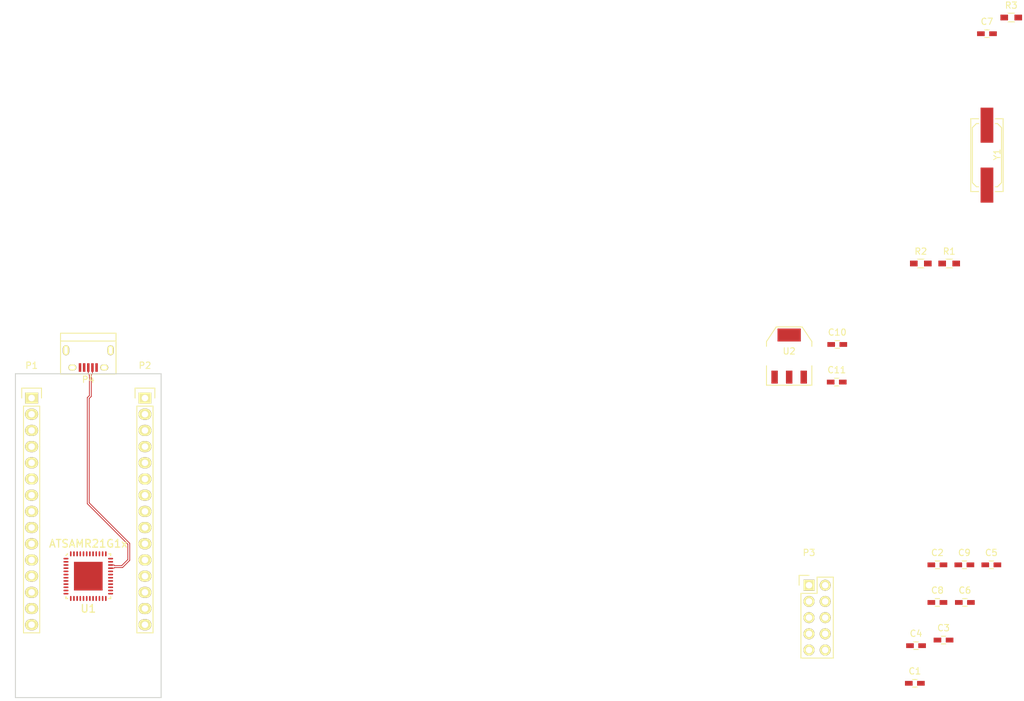
<source format=kicad_pcb>
(kicad_pcb (version 4) (host pcbnew "(2015-05-17 BZR 5656)-product")

  (general
    (links 57)
    (no_connects 55)
    (area 0 0 0 0)
    (thickness 1.6)
    (drawings 5)
    (tracks 22)
    (zones 0)
    (modules 21)
    (nets 70)
  )

  (page A4)
  (layers
    (0 F.Cu mixed)
    (1 In1.Cu power hide)
    (2 In2.Cu mixed hide)
    (31 B.Cu mixed)
    (32 B.Adhes user)
    (33 F.Adhes user)
    (34 B.Paste user)
    (35 F.Paste user)
    (36 B.SilkS user)
    (37 F.SilkS user)
    (38 B.Mask user)
    (39 F.Mask user)
    (40 Dwgs.User user)
    (41 Cmts.User user)
    (42 Eco1.User user)
    (43 Eco2.User user)
    (44 Edge.Cuts user)
    (45 Margin user)
    (46 B.CrtYd user)
    (47 F.CrtYd user)
    (48 B.Fab user)
    (49 F.Fab user)
  )

  (setup
    (last_trace_width 0.25)
    (trace_clearance 0.2)
    (zone_clearance 0.508)
    (zone_45_only no)
    (trace_min 0.2)
    (segment_width 0.2)
    (edge_width 0.15)
    (via_size 0.6)
    (via_drill 0.4)
    (via_min_size 0.4)
    (via_min_drill 0.3)
    (uvia_size 0.3)
    (uvia_drill 0.1)
    (uvias_allowed no)
    (uvia_min_size 0.2)
    (uvia_min_drill 0.1)
    (pcb_text_width 0.3)
    (pcb_text_size 1.5 1.5)
    (mod_edge_width 0.15)
    (mod_text_size 1 1)
    (mod_text_width 0.15)
    (pad_size 1.524 1.524)
    (pad_drill 0.762)
    (pad_to_mask_clearance 0.2)
    (aux_axis_origin 0 0)
    (visible_elements FFFFFF7F)
    (pcbplotparams
      (layerselection 0x00030_80000001)
      (usegerberextensions false)
      (excludeedgelayer true)
      (linewidth 0.150000)
      (plotframeref false)
      (viasonmask false)
      (mode 1)
      (useauxorigin false)
      (hpglpennumber 1)
      (hpglpenspeed 20)
      (hpglpendiameter 15)
      (hpglpenoverlay 2)
      (psnegative false)
      (psa4output false)
      (plotreference true)
      (plotvalue true)
      (plotinvisibletext false)
      (padsonsilk false)
      (subtractmaskfromsilk false)
      (outputformat 1)
      (mirror false)
      (drillshape 1)
      (scaleselection 1)
      (outputdirectory ""))
  )

  (net 0 "")
  (net 1 VDD)
  (net 2 GND)
  (net 3 VAA)
  (net 4 GNDA)
  (net 5 /MainProcessor/RST)
  (net 6 VCC)
  (net 7 "Net-(P1-Pad1)")
  (net 8 "Net-(P1-Pad2)")
  (net 9 "Net-(P1-Pad3)")
  (net 10 "Net-(P1-Pad4)")
  (net 11 "Net-(P1-Pad5)")
  (net 12 "Net-(P1-Pad6)")
  (net 13 "Net-(P1-Pad7)")
  (net 14 "Net-(P1-Pad8)")
  (net 15 "Net-(P1-Pad9)")
  (net 16 "Net-(P1-Pad10)")
  (net 17 "Net-(P1-Pad11)")
  (net 18 "Net-(P1-Pad12)")
  (net 19 "Net-(P1-Pad13)")
  (net 20 "Net-(P1-Pad14)")
  (net 21 "Net-(P1-Pad15)")
  (net 22 "Net-(P2-Pad1)")
  (net 23 "Net-(P2-Pad2)")
  (net 24 "Net-(P2-Pad3)")
  (net 25 "Net-(P2-Pad4)")
  (net 26 "Net-(P2-Pad5)")
  (net 27 "Net-(P2-Pad6)")
  (net 28 "Net-(P2-Pad7)")
  (net 29 "Net-(P2-Pad8)")
  (net 30 "Net-(P2-Pad9)")
  (net 31 "Net-(P2-Pad10)")
  (net 32 "Net-(P2-Pad11)")
  (net 33 "Net-(P2-Pad12)")
  (net 34 "Net-(P2-Pad13)")
  (net 35 "Net-(P2-Pad14)")
  (net 36 "Net-(P2-Pad15)")
  (net 37 /MainProcessor/SWDIO)
  (net 38 /MainProcessor/SWCLK)
  (net 39 "Net-(P3-Pad6)")
  (net 40 "Net-(P3-Pad7)")
  (net 41 "Net-(P3-Pad8)")
  (net 42 /Sheet557215E3/D+)
  (net 43 /Sheet557215E3/D-)
  (net 44 /MainProcessor/PA23)
  (net 45 /MainProcessor/PA0)
  (net 46 /MainProcessor/PA1)
  (net 47 "Net-(U1-Pad3)")
  (net 48 "Net-(U1-Pad4)")
  (net 49 /MainProcessor/PA4)
  (net 50 /MainProcessor/PA5)
  (net 51 /MainProcessor/PA6)
  (net 52 /MainProcessor/PA7)
  (net 53 /MainProcessor/PA8)
  (net 54 /MainProcessor/PA9)
  (net 55 /MainProcessor/BD+)
  (net 56 /MainProcessor/BD-)
  (net 57 /MainProcessor/PA12)
  (net 58 /MainProcessor/PA13)
  (net 59 /MainProcessor/PA14)
  (net 60 /MainProcessor/PA15)
  (net 61 /MainProcessor/PA16)
  (net 62 /MainProcessor/PA17)
  (net 63 /MainProcessor/PA18)
  (net 64 /MainProcessor/PA19)
  (net 65 /MainProcessor/PA22)
  (net 66 /MainProcessor/PA27)
  (net 67 /MainProcessor/PA28)
  (net 68 /MainProcessor/PA2)
  (net 69 /MainProcessor/PA3)

  (net_class Default "This is the default net class."
    (clearance 0.2)
    (trace_width 0.25)
    (via_dia 0.6)
    (via_drill 0.4)
    (uvia_dia 0.3)
    (uvia_drill 0.1)
    (add_net /MainProcessor/BD+)
    (add_net /MainProcessor/BD-)
    (add_net /MainProcessor/PA0)
    (add_net /MainProcessor/PA1)
    (add_net /MainProcessor/PA12)
    (add_net /MainProcessor/PA13)
    (add_net /MainProcessor/PA14)
    (add_net /MainProcessor/PA15)
    (add_net /MainProcessor/PA16)
    (add_net /MainProcessor/PA17)
    (add_net /MainProcessor/PA18)
    (add_net /MainProcessor/PA19)
    (add_net /MainProcessor/PA2)
    (add_net /MainProcessor/PA22)
    (add_net /MainProcessor/PA23)
    (add_net /MainProcessor/PA27)
    (add_net /MainProcessor/PA28)
    (add_net /MainProcessor/PA3)
    (add_net /MainProcessor/PA4)
    (add_net /MainProcessor/PA5)
    (add_net /MainProcessor/PA6)
    (add_net /MainProcessor/PA7)
    (add_net /MainProcessor/PA8)
    (add_net /MainProcessor/PA9)
    (add_net /MainProcessor/RST)
    (add_net /MainProcessor/SWCLK)
    (add_net /MainProcessor/SWDIO)
    (add_net /Sheet557215E3/D+)
    (add_net /Sheet557215E3/D-)
    (add_net GND)
    (add_net GNDA)
    (add_net "Net-(P1-Pad1)")
    (add_net "Net-(P1-Pad10)")
    (add_net "Net-(P1-Pad11)")
    (add_net "Net-(P1-Pad12)")
    (add_net "Net-(P1-Pad13)")
    (add_net "Net-(P1-Pad14)")
    (add_net "Net-(P1-Pad15)")
    (add_net "Net-(P1-Pad2)")
    (add_net "Net-(P1-Pad3)")
    (add_net "Net-(P1-Pad4)")
    (add_net "Net-(P1-Pad5)")
    (add_net "Net-(P1-Pad6)")
    (add_net "Net-(P1-Pad7)")
    (add_net "Net-(P1-Pad8)")
    (add_net "Net-(P1-Pad9)")
    (add_net "Net-(P2-Pad1)")
    (add_net "Net-(P2-Pad10)")
    (add_net "Net-(P2-Pad11)")
    (add_net "Net-(P2-Pad12)")
    (add_net "Net-(P2-Pad13)")
    (add_net "Net-(P2-Pad14)")
    (add_net "Net-(P2-Pad15)")
    (add_net "Net-(P2-Pad2)")
    (add_net "Net-(P2-Pad3)")
    (add_net "Net-(P2-Pad4)")
    (add_net "Net-(P2-Pad5)")
    (add_net "Net-(P2-Pad6)")
    (add_net "Net-(P2-Pad7)")
    (add_net "Net-(P2-Pad8)")
    (add_net "Net-(P2-Pad9)")
    (add_net "Net-(P3-Pad6)")
    (add_net "Net-(P3-Pad7)")
    (add_net "Net-(P3-Pad8)")
    (add_net "Net-(U1-Pad3)")
    (add_net "Net-(U1-Pad4)")
    (add_net VAA)
    (add_net VCC)
    (add_net VDD)
  )

  (module Capacitors_SMD:C_0603_HandSoldering (layer F.Cu) (tedit 541A9B4D) (tstamp 558B5C17)
    (at 243.958333 146.345)
    (descr "Capacitor SMD 0603, hand soldering")
    (tags "capacitor 0603")
    (path /55709F36/5561CAB6)
    (attr smd)
    (fp_text reference C1 (at 0 -1.9) (layer F.SilkS)
      (effects (font (size 1 1) (thickness 0.15)))
    )
    (fp_text value 10uF (at 0 1.9) (layer F.Fab)
      (effects (font (size 1 1) (thickness 0.15)))
    )
    (fp_line (start -1.85 -0.75) (end 1.85 -0.75) (layer F.CrtYd) (width 0.05))
    (fp_line (start -1.85 0.75) (end 1.85 0.75) (layer F.CrtYd) (width 0.05))
    (fp_line (start -1.85 -0.75) (end -1.85 0.75) (layer F.CrtYd) (width 0.05))
    (fp_line (start 1.85 -0.75) (end 1.85 0.75) (layer F.CrtYd) (width 0.05))
    (fp_line (start -0.35 -0.6) (end 0.35 -0.6) (layer F.SilkS) (width 0.15))
    (fp_line (start 0.35 0.6) (end -0.35 0.6) (layer F.SilkS) (width 0.15))
    (pad 1 smd rect (at -0.95 0) (size 1.2 0.75) (layers F.Cu F.Paste F.Mask)
      (net 1 VDD))
    (pad 2 smd rect (at 0.95 0) (size 1.2 0.75) (layers F.Cu F.Paste F.Mask)
      (net 2 GND))
    (model Capacitors_SMD.3dshapes/C_0603_HandSoldering.wrl
      (at (xyz 0 0 0))
      (scale (xyz 1 1 1))
      (rotate (xyz 0 0 0))
    )
  )

  (module Capacitors_SMD:C_0603_HandSoldering (layer F.Cu) (tedit 541A9B4D) (tstamp 558B5C1D)
    (at 247.495952 127.765)
    (descr "Capacitor SMD 0603, hand soldering")
    (tags "capacitor 0603")
    (path /55709F36/55720AF0)
    (attr smd)
    (fp_text reference C2 (at 0 -1.9) (layer F.SilkS)
      (effects (font (size 1 1) (thickness 0.15)))
    )
    (fp_text value 100n (at 0 1.9) (layer F.Fab)
      (effects (font (size 1 1) (thickness 0.15)))
    )
    (fp_line (start -1.85 -0.75) (end 1.85 -0.75) (layer F.CrtYd) (width 0.05))
    (fp_line (start -1.85 0.75) (end 1.85 0.75) (layer F.CrtYd) (width 0.05))
    (fp_line (start -1.85 -0.75) (end -1.85 0.75) (layer F.CrtYd) (width 0.05))
    (fp_line (start 1.85 -0.75) (end 1.85 0.75) (layer F.CrtYd) (width 0.05))
    (fp_line (start -0.35 -0.6) (end 0.35 -0.6) (layer F.SilkS) (width 0.15))
    (fp_line (start 0.35 0.6) (end -0.35 0.6) (layer F.SilkS) (width 0.15))
    (pad 1 smd rect (at -0.95 0) (size 1.2 0.75) (layers F.Cu F.Paste F.Mask)
      (net 1 VDD))
    (pad 2 smd rect (at 0.95 0) (size 1.2 0.75) (layers F.Cu F.Paste F.Mask)
      (net 2 GND))
    (model Capacitors_SMD.3dshapes/C_0603_HandSoldering.wrl
      (at (xyz 0 0 0))
      (scale (xyz 1 1 1))
      (rotate (xyz 0 0 0))
    )
  )

  (module Capacitors_SMD:C_0603_HandSoldering (layer F.Cu) (tedit 541A9B4D) (tstamp 558B5C23)
    (at 248.455952 139.565)
    (descr "Capacitor SMD 0603, hand soldering")
    (tags "capacitor 0603")
    (path /55709F36/55720B86)
    (attr smd)
    (fp_text reference C3 (at 0 -1.9) (layer F.SilkS)
      (effects (font (size 1 1) (thickness 0.15)))
    )
    (fp_text value 100n (at 0 1.9) (layer F.Fab)
      (effects (font (size 1 1) (thickness 0.15)))
    )
    (fp_line (start -1.85 -0.75) (end 1.85 -0.75) (layer F.CrtYd) (width 0.05))
    (fp_line (start -1.85 0.75) (end 1.85 0.75) (layer F.CrtYd) (width 0.05))
    (fp_line (start -1.85 -0.75) (end -1.85 0.75) (layer F.CrtYd) (width 0.05))
    (fp_line (start 1.85 -0.75) (end 1.85 0.75) (layer F.CrtYd) (width 0.05))
    (fp_line (start -0.35 -0.6) (end 0.35 -0.6) (layer F.SilkS) (width 0.15))
    (fp_line (start 0.35 0.6) (end -0.35 0.6) (layer F.SilkS) (width 0.15))
    (pad 1 smd rect (at -0.95 0) (size 1.2 0.75) (layers F.Cu F.Paste F.Mask)
      (net 1 VDD))
    (pad 2 smd rect (at 0.95 0) (size 1.2 0.75) (layers F.Cu F.Paste F.Mask)
      (net 2 GND))
    (model Capacitors_SMD.3dshapes/C_0603_HandSoldering.wrl
      (at (xyz 0 0 0))
      (scale (xyz 1 1 1))
      (rotate (xyz 0 0 0))
    )
  )

  (module Capacitors_SMD:C_0603_HandSoldering (layer F.Cu) (tedit 541A9B4D) (tstamp 558B5C29)
    (at 244.145952 140.445)
    (descr "Capacitor SMD 0603, hand soldering")
    (tags "capacitor 0603")
    (path /55709F36/55720BD9)
    (attr smd)
    (fp_text reference C4 (at 0 -1.9) (layer F.SilkS)
      (effects (font (size 1 1) (thickness 0.15)))
    )
    (fp_text value 100n (at 0 1.9) (layer F.Fab)
      (effects (font (size 1 1) (thickness 0.15)))
    )
    (fp_line (start -1.85 -0.75) (end 1.85 -0.75) (layer F.CrtYd) (width 0.05))
    (fp_line (start -1.85 0.75) (end 1.85 0.75) (layer F.CrtYd) (width 0.05))
    (fp_line (start -1.85 -0.75) (end -1.85 0.75) (layer F.CrtYd) (width 0.05))
    (fp_line (start 1.85 -0.75) (end 1.85 0.75) (layer F.CrtYd) (width 0.05))
    (fp_line (start -0.35 -0.6) (end 0.35 -0.6) (layer F.SilkS) (width 0.15))
    (fp_line (start 0.35 0.6) (end -0.35 0.6) (layer F.SilkS) (width 0.15))
    (pad 1 smd rect (at -0.95 0) (size 1.2 0.75) (layers F.Cu F.Paste F.Mask)
      (net 1 VDD))
    (pad 2 smd rect (at 0.95 0) (size 1.2 0.75) (layers F.Cu F.Paste F.Mask)
      (net 2 GND))
    (model Capacitors_SMD.3dshapes/C_0603_HandSoldering.wrl
      (at (xyz 0 0 0))
      (scale (xyz 1 1 1))
      (rotate (xyz 0 0 0))
    )
  )

  (module Capacitors_SMD:C_0603_HandSoldering (layer F.Cu) (tedit 541A9B4D) (tstamp 558B5C2F)
    (at 255.955952 127.765)
    (descr "Capacitor SMD 0603, hand soldering")
    (tags "capacitor 0603")
    (path /55709F36/55720BDF)
    (attr smd)
    (fp_text reference C5 (at 0 -1.9) (layer F.SilkS)
      (effects (font (size 1 1) (thickness 0.15)))
    )
    (fp_text value 100n (at 0 1.9) (layer F.Fab)
      (effects (font (size 1 1) (thickness 0.15)))
    )
    (fp_line (start -1.85 -0.75) (end 1.85 -0.75) (layer F.CrtYd) (width 0.05))
    (fp_line (start -1.85 0.75) (end 1.85 0.75) (layer F.CrtYd) (width 0.05))
    (fp_line (start -1.85 -0.75) (end -1.85 0.75) (layer F.CrtYd) (width 0.05))
    (fp_line (start 1.85 -0.75) (end 1.85 0.75) (layer F.CrtYd) (width 0.05))
    (fp_line (start -0.35 -0.6) (end 0.35 -0.6) (layer F.SilkS) (width 0.15))
    (fp_line (start 0.35 0.6) (end -0.35 0.6) (layer F.SilkS) (width 0.15))
    (pad 1 smd rect (at -0.95 0) (size 1.2 0.75) (layers F.Cu F.Paste F.Mask)
      (net 1 VDD))
    (pad 2 smd rect (at 0.95 0) (size 1.2 0.75) (layers F.Cu F.Paste F.Mask)
      (net 2 GND))
    (model Capacitors_SMD.3dshapes/C_0603_HandSoldering.wrl
      (at (xyz 0 0 0))
      (scale (xyz 1 1 1))
      (rotate (xyz 0 0 0))
    )
  )

  (module Capacitors_SMD:C_0603_HandSoldering (layer F.Cu) (tedit 541A9B4D) (tstamp 558B5C35)
    (at 251.805952 133.665)
    (descr "Capacitor SMD 0603, hand soldering")
    (tags "capacitor 0603")
    (path /55709F36/55720C34)
    (attr smd)
    (fp_text reference C6 (at 0 -1.9) (layer F.SilkS)
      (effects (font (size 1 1) (thickness 0.15)))
    )
    (fp_text value 100n (at 0 1.9) (layer F.Fab)
      (effects (font (size 1 1) (thickness 0.15)))
    )
    (fp_line (start -1.85 -0.75) (end 1.85 -0.75) (layer F.CrtYd) (width 0.05))
    (fp_line (start -1.85 0.75) (end 1.85 0.75) (layer F.CrtYd) (width 0.05))
    (fp_line (start -1.85 -0.75) (end -1.85 0.75) (layer F.CrtYd) (width 0.05))
    (fp_line (start 1.85 -0.75) (end 1.85 0.75) (layer F.CrtYd) (width 0.05))
    (fp_line (start -0.35 -0.6) (end 0.35 -0.6) (layer F.SilkS) (width 0.15))
    (fp_line (start 0.35 0.6) (end -0.35 0.6) (layer F.SilkS) (width 0.15))
    (pad 1 smd rect (at -0.95 0) (size 1.2 0.75) (layers F.Cu F.Paste F.Mask)
      (net 3 VAA))
    (pad 2 smd rect (at 0.95 0) (size 1.2 0.75) (layers F.Cu F.Paste F.Mask)
      (net 4 GNDA))
    (model Capacitors_SMD.3dshapes/C_0603_HandSoldering.wrl
      (at (xyz 0 0 0))
      (scale (xyz 1 1 1))
      (rotate (xyz 0 0 0))
    )
  )

  (module Capacitors_SMD:C_0603_HandSoldering (layer F.Cu) (tedit 541A9B4D) (tstamp 558B5C3B)
    (at 255.27 44.45)
    (descr "Capacitor SMD 0603, hand soldering")
    (tags "capacitor 0603")
    (path /55709F36/5570B2BC)
    (attr smd)
    (fp_text reference C7 (at 0 -1.9) (layer F.SilkS)
      (effects (font (size 1 1) (thickness 0.15)))
    )
    (fp_text value 100n (at 0 1.9) (layer F.Fab)
      (effects (font (size 1 1) (thickness 0.15)))
    )
    (fp_line (start -1.85 -0.75) (end 1.85 -0.75) (layer F.CrtYd) (width 0.05))
    (fp_line (start -1.85 0.75) (end 1.85 0.75) (layer F.CrtYd) (width 0.05))
    (fp_line (start -1.85 -0.75) (end -1.85 0.75) (layer F.CrtYd) (width 0.05))
    (fp_line (start 1.85 -0.75) (end 1.85 0.75) (layer F.CrtYd) (width 0.05))
    (fp_line (start -0.35 -0.6) (end 0.35 -0.6) (layer F.SilkS) (width 0.15))
    (fp_line (start 0.35 0.6) (end -0.35 0.6) (layer F.SilkS) (width 0.15))
    (pad 1 smd rect (at -0.95 0) (size 1.2 0.75) (layers F.Cu F.Paste F.Mask)
      (net 5 /MainProcessor/RST))
    (pad 2 smd rect (at 0.95 0) (size 1.2 0.75) (layers F.Cu F.Paste F.Mask)
      (net 2 GND))
    (model Capacitors_SMD.3dshapes/C_0603_HandSoldering.wrl
      (at (xyz 0 0 0))
      (scale (xyz 1 1 1))
      (rotate (xyz 0 0 0))
    )
  )

  (module Capacitors_SMD:C_0603_HandSoldering (layer F.Cu) (tedit 541A9B4D) (tstamp 558B5C41)
    (at 247.495952 133.665)
    (descr "Capacitor SMD 0603, hand soldering")
    (tags "capacitor 0603")
    (path /55709F36/55720C3A)
    (attr smd)
    (fp_text reference C8 (at 0 -1.9) (layer F.SilkS)
      (effects (font (size 1 1) (thickness 0.15)))
    )
    (fp_text value 100n (at 0 1.9) (layer F.Fab)
      (effects (font (size 1 1) (thickness 0.15)))
    )
    (fp_line (start -1.85 -0.75) (end 1.85 -0.75) (layer F.CrtYd) (width 0.05))
    (fp_line (start -1.85 0.75) (end 1.85 0.75) (layer F.CrtYd) (width 0.05))
    (fp_line (start -1.85 -0.75) (end -1.85 0.75) (layer F.CrtYd) (width 0.05))
    (fp_line (start 1.85 -0.75) (end 1.85 0.75) (layer F.CrtYd) (width 0.05))
    (fp_line (start -0.35 -0.6) (end 0.35 -0.6) (layer F.SilkS) (width 0.15))
    (fp_line (start 0.35 0.6) (end -0.35 0.6) (layer F.SilkS) (width 0.15))
    (pad 1 smd rect (at -0.95 0) (size 1.2 0.75) (layers F.Cu F.Paste F.Mask)
      (net 3 VAA))
    (pad 2 smd rect (at 0.95 0) (size 1.2 0.75) (layers F.Cu F.Paste F.Mask)
      (net 4 GNDA))
    (model Capacitors_SMD.3dshapes/C_0603_HandSoldering.wrl
      (at (xyz 0 0 0))
      (scale (xyz 1 1 1))
      (rotate (xyz 0 0 0))
    )
  )

  (module Capacitors_SMD:C_0603_HandSoldering (layer F.Cu) (tedit 541A9B4D) (tstamp 558B5C47)
    (at 251.725001 127.765)
    (descr "Capacitor SMD 0603, hand soldering")
    (tags "capacitor 0603")
    (path /55709F36/5561CC0A)
    (attr smd)
    (fp_text reference C9 (at 0 -1.9) (layer F.SilkS)
      (effects (font (size 1 1) (thickness 0.15)))
    )
    (fp_text value 10u (at 0 1.9) (layer F.Fab)
      (effects (font (size 1 1) (thickness 0.15)))
    )
    (fp_line (start -1.85 -0.75) (end 1.85 -0.75) (layer F.CrtYd) (width 0.05))
    (fp_line (start -1.85 0.75) (end 1.85 0.75) (layer F.CrtYd) (width 0.05))
    (fp_line (start -1.85 -0.75) (end -1.85 0.75) (layer F.CrtYd) (width 0.05))
    (fp_line (start 1.85 -0.75) (end 1.85 0.75) (layer F.CrtYd) (width 0.05))
    (fp_line (start -0.35 -0.6) (end 0.35 -0.6) (layer F.SilkS) (width 0.15))
    (fp_line (start 0.35 0.6) (end -0.35 0.6) (layer F.SilkS) (width 0.15))
    (pad 1 smd rect (at -0.95 0) (size 1.2 0.75) (layers F.Cu F.Paste F.Mask)
      (net 3 VAA))
    (pad 2 smd rect (at 0.95 0) (size 1.2 0.75) (layers F.Cu F.Paste F.Mask)
      (net 4 GNDA))
    (model Capacitors_SMD.3dshapes/C_0603_HandSoldering.wrl
      (at (xyz 0 0 0))
      (scale (xyz 1 1 1))
      (rotate (xyz 0 0 0))
    )
  )

  (module Capacitors_SMD:C_0603_HandSoldering (layer F.Cu) (tedit 541A9B4D) (tstamp 558B5C4D)
    (at 231.785952 93.195)
    (descr "Capacitor SMD 0603, hand soldering")
    (tags "capacitor 0603")
    (path /55722354/5572245F)
    (attr smd)
    (fp_text reference C10 (at 0 -1.9) (layer F.SilkS)
      (effects (font (size 1 1) (thickness 0.15)))
    )
    (fp_text value 100n (at 0 1.9) (layer F.Fab)
      (effects (font (size 1 1) (thickness 0.15)))
    )
    (fp_line (start -1.85 -0.75) (end 1.85 -0.75) (layer F.CrtYd) (width 0.05))
    (fp_line (start -1.85 0.75) (end 1.85 0.75) (layer F.CrtYd) (width 0.05))
    (fp_line (start -1.85 -0.75) (end -1.85 0.75) (layer F.CrtYd) (width 0.05))
    (fp_line (start 1.85 -0.75) (end 1.85 0.75) (layer F.CrtYd) (width 0.05))
    (fp_line (start -0.35 -0.6) (end 0.35 -0.6) (layer F.SilkS) (width 0.15))
    (fp_line (start 0.35 0.6) (end -0.35 0.6) (layer F.SilkS) (width 0.15))
    (pad 1 smd rect (at -0.95 0) (size 1.2 0.75) (layers F.Cu F.Paste F.Mask)
      (net 6 VCC))
    (pad 2 smd rect (at 0.95 0) (size 1.2 0.75) (layers F.Cu F.Paste F.Mask)
      (net 2 GND))
    (model Capacitors_SMD.3dshapes/C_0603_HandSoldering.wrl
      (at (xyz 0 0 0))
      (scale (xyz 1 1 1))
      (rotate (xyz 0 0 0))
    )
  )

  (module Capacitors_SMD:C_0603_HandSoldering (layer F.Cu) (tedit 541A9B4D) (tstamp 558B5C53)
    (at 231.705001 99.095)
    (descr "Capacitor SMD 0603, hand soldering")
    (tags "capacitor 0603")
    (path /55722354/557225F2)
    (attr smd)
    (fp_text reference C11 (at 0 -1.9) (layer F.SilkS)
      (effects (font (size 1 1) (thickness 0.15)))
    )
    (fp_text value 10u (at 0 1.9) (layer F.Fab)
      (effects (font (size 1 1) (thickness 0.15)))
    )
    (fp_line (start -1.85 -0.75) (end 1.85 -0.75) (layer F.CrtYd) (width 0.05))
    (fp_line (start -1.85 0.75) (end 1.85 0.75) (layer F.CrtYd) (width 0.05))
    (fp_line (start -1.85 -0.75) (end -1.85 0.75) (layer F.CrtYd) (width 0.05))
    (fp_line (start 1.85 -0.75) (end 1.85 0.75) (layer F.CrtYd) (width 0.05))
    (fp_line (start -0.35 -0.6) (end 0.35 -0.6) (layer F.SilkS) (width 0.15))
    (fp_line (start 0.35 0.6) (end -0.35 0.6) (layer F.SilkS) (width 0.15))
    (pad 1 smd rect (at -0.95 0) (size 1.2 0.75) (layers F.Cu F.Paste F.Mask)
      (net 1 VDD))
    (pad 2 smd rect (at 0.95 0) (size 1.2 0.75) (layers F.Cu F.Paste F.Mask)
      (net 2 GND))
    (model Capacitors_SMD.3dshapes/C_0603_HandSoldering.wrl
      (at (xyz 0 0 0))
      (scale (xyz 1 1 1))
      (rotate (xyz 0 0 0))
    )
  )

  (module Pin_Headers:Pin_Header_Straight_1x15 locked (layer F.Cu) (tedit 0) (tstamp 558B5C66)
    (at 105.41 101.6)
    (descr "Through hole pin header")
    (tags "pin header")
    (path /557FE89D)
    (fp_text reference P1 (at 0 -5.1) (layer F.SilkS)
      (effects (font (size 1 1) (thickness 0.15)))
    )
    (fp_text value CONN_01X15 (at 0 -3.1) (layer F.Fab)
      (effects (font (size 1 1) (thickness 0.15)))
    )
    (fp_line (start -1.75 -1.75) (end -1.75 37.35) (layer F.CrtYd) (width 0.05))
    (fp_line (start 1.75 -1.75) (end 1.75 37.35) (layer F.CrtYd) (width 0.05))
    (fp_line (start -1.75 -1.75) (end 1.75 -1.75) (layer F.CrtYd) (width 0.05))
    (fp_line (start -1.75 37.35) (end 1.75 37.35) (layer F.CrtYd) (width 0.05))
    (fp_line (start -1.27 1.27) (end -1.27 36.83) (layer F.SilkS) (width 0.15))
    (fp_line (start -1.27 36.83) (end 1.27 36.83) (layer F.SilkS) (width 0.15))
    (fp_line (start 1.27 36.83) (end 1.27 1.27) (layer F.SilkS) (width 0.15))
    (fp_line (start 1.55 -1.55) (end 1.55 0) (layer F.SilkS) (width 0.15))
    (fp_line (start 1.27 1.27) (end -1.27 1.27) (layer F.SilkS) (width 0.15))
    (fp_line (start -1.55 0) (end -1.55 -1.55) (layer F.SilkS) (width 0.15))
    (fp_line (start -1.55 -1.55) (end 1.55 -1.55) (layer F.SilkS) (width 0.15))
    (pad 1 thru_hole rect (at 0 0) (size 2.032 1.7272) (drill 1.016) (layers *.Cu *.Mask F.SilkS)
      (net 7 "Net-(P1-Pad1)"))
    (pad 2 thru_hole oval (at 0 2.54) (size 2.032 1.7272) (drill 1.016) (layers *.Cu *.Mask F.SilkS)
      (net 8 "Net-(P1-Pad2)"))
    (pad 3 thru_hole oval (at 0 5.08) (size 2.032 1.7272) (drill 1.016) (layers *.Cu *.Mask F.SilkS)
      (net 9 "Net-(P1-Pad3)"))
    (pad 4 thru_hole oval (at 0 7.62) (size 2.032 1.7272) (drill 1.016) (layers *.Cu *.Mask F.SilkS)
      (net 10 "Net-(P1-Pad4)"))
    (pad 5 thru_hole oval (at 0 10.16) (size 2.032 1.7272) (drill 1.016) (layers *.Cu *.Mask F.SilkS)
      (net 11 "Net-(P1-Pad5)"))
    (pad 6 thru_hole oval (at 0 12.7) (size 2.032 1.7272) (drill 1.016) (layers *.Cu *.Mask F.SilkS)
      (net 12 "Net-(P1-Pad6)"))
    (pad 7 thru_hole oval (at 0 15.24) (size 2.032 1.7272) (drill 1.016) (layers *.Cu *.Mask F.SilkS)
      (net 13 "Net-(P1-Pad7)"))
    (pad 8 thru_hole oval (at 0 17.78) (size 2.032 1.7272) (drill 1.016) (layers *.Cu *.Mask F.SilkS)
      (net 14 "Net-(P1-Pad8)"))
    (pad 9 thru_hole oval (at 0 20.32) (size 2.032 1.7272) (drill 1.016) (layers *.Cu *.Mask F.SilkS)
      (net 15 "Net-(P1-Pad9)"))
    (pad 10 thru_hole oval (at 0 22.86) (size 2.032 1.7272) (drill 1.016) (layers *.Cu *.Mask F.SilkS)
      (net 16 "Net-(P1-Pad10)"))
    (pad 11 thru_hole oval (at 0 25.4) (size 2.032 1.7272) (drill 1.016) (layers *.Cu *.Mask F.SilkS)
      (net 17 "Net-(P1-Pad11)"))
    (pad 12 thru_hole oval (at 0 27.94) (size 2.032 1.7272) (drill 1.016) (layers *.Cu *.Mask F.SilkS)
      (net 18 "Net-(P1-Pad12)"))
    (pad 13 thru_hole oval (at 0 30.48) (size 2.032 1.7272) (drill 1.016) (layers *.Cu *.Mask F.SilkS)
      (net 19 "Net-(P1-Pad13)"))
    (pad 14 thru_hole oval (at 0 33.02) (size 2.032 1.7272) (drill 1.016) (layers *.Cu *.Mask F.SilkS)
      (net 20 "Net-(P1-Pad14)"))
    (pad 15 thru_hole oval (at 0 35.56) (size 2.032 1.7272) (drill 1.016) (layers *.Cu *.Mask F.SilkS)
      (net 21 "Net-(P1-Pad15)"))
    (model Pin_Headers.3dshapes/Pin_Header_Straight_1x15.wrl
      (at (xyz 0 -0.7 0))
      (scale (xyz 1 1 1))
      (rotate (xyz 0 0 90))
    )
  )

  (module Pin_Headers:Pin_Header_Straight_1x15 locked (layer F.Cu) (tedit 0) (tstamp 558B5C79)
    (at 123.19 101.6)
    (descr "Through hole pin header")
    (tags "pin header")
    (path /557FE7ED)
    (fp_text reference P2 (at 0 -5.1) (layer F.SilkS)
      (effects (font (size 1 1) (thickness 0.15)))
    )
    (fp_text value CONN_01X15 (at 0 -3.1) (layer F.Fab)
      (effects (font (size 1 1) (thickness 0.15)))
    )
    (fp_line (start -1.75 -1.75) (end -1.75 37.35) (layer F.CrtYd) (width 0.05))
    (fp_line (start 1.75 -1.75) (end 1.75 37.35) (layer F.CrtYd) (width 0.05))
    (fp_line (start -1.75 -1.75) (end 1.75 -1.75) (layer F.CrtYd) (width 0.05))
    (fp_line (start -1.75 37.35) (end 1.75 37.35) (layer F.CrtYd) (width 0.05))
    (fp_line (start -1.27 1.27) (end -1.27 36.83) (layer F.SilkS) (width 0.15))
    (fp_line (start -1.27 36.83) (end 1.27 36.83) (layer F.SilkS) (width 0.15))
    (fp_line (start 1.27 36.83) (end 1.27 1.27) (layer F.SilkS) (width 0.15))
    (fp_line (start 1.55 -1.55) (end 1.55 0) (layer F.SilkS) (width 0.15))
    (fp_line (start 1.27 1.27) (end -1.27 1.27) (layer F.SilkS) (width 0.15))
    (fp_line (start -1.55 0) (end -1.55 -1.55) (layer F.SilkS) (width 0.15))
    (fp_line (start -1.55 -1.55) (end 1.55 -1.55) (layer F.SilkS) (width 0.15))
    (pad 1 thru_hole rect (at 0 0) (size 2.032 1.7272) (drill 1.016) (layers *.Cu *.Mask F.SilkS)
      (net 22 "Net-(P2-Pad1)"))
    (pad 2 thru_hole oval (at 0 2.54) (size 2.032 1.7272) (drill 1.016) (layers *.Cu *.Mask F.SilkS)
      (net 23 "Net-(P2-Pad2)"))
    (pad 3 thru_hole oval (at 0 5.08) (size 2.032 1.7272) (drill 1.016) (layers *.Cu *.Mask F.SilkS)
      (net 24 "Net-(P2-Pad3)"))
    (pad 4 thru_hole oval (at 0 7.62) (size 2.032 1.7272) (drill 1.016) (layers *.Cu *.Mask F.SilkS)
      (net 25 "Net-(P2-Pad4)"))
    (pad 5 thru_hole oval (at 0 10.16) (size 2.032 1.7272) (drill 1.016) (layers *.Cu *.Mask F.SilkS)
      (net 26 "Net-(P2-Pad5)"))
    (pad 6 thru_hole oval (at 0 12.7) (size 2.032 1.7272) (drill 1.016) (layers *.Cu *.Mask F.SilkS)
      (net 27 "Net-(P2-Pad6)"))
    (pad 7 thru_hole oval (at 0 15.24) (size 2.032 1.7272) (drill 1.016) (layers *.Cu *.Mask F.SilkS)
      (net 28 "Net-(P2-Pad7)"))
    (pad 8 thru_hole oval (at 0 17.78) (size 2.032 1.7272) (drill 1.016) (layers *.Cu *.Mask F.SilkS)
      (net 29 "Net-(P2-Pad8)"))
    (pad 9 thru_hole oval (at 0 20.32) (size 2.032 1.7272) (drill 1.016) (layers *.Cu *.Mask F.SilkS)
      (net 30 "Net-(P2-Pad9)"))
    (pad 10 thru_hole oval (at 0 22.86) (size 2.032 1.7272) (drill 1.016) (layers *.Cu *.Mask F.SilkS)
      (net 31 "Net-(P2-Pad10)"))
    (pad 11 thru_hole oval (at 0 25.4) (size 2.032 1.7272) (drill 1.016) (layers *.Cu *.Mask F.SilkS)
      (net 32 "Net-(P2-Pad11)"))
    (pad 12 thru_hole oval (at 0 27.94) (size 2.032 1.7272) (drill 1.016) (layers *.Cu *.Mask F.SilkS)
      (net 33 "Net-(P2-Pad12)"))
    (pad 13 thru_hole oval (at 0 30.48) (size 2.032 1.7272) (drill 1.016) (layers *.Cu *.Mask F.SilkS)
      (net 34 "Net-(P2-Pad13)"))
    (pad 14 thru_hole oval (at 0 33.02) (size 2.032 1.7272) (drill 1.016) (layers *.Cu *.Mask F.SilkS)
      (net 35 "Net-(P2-Pad14)"))
    (pad 15 thru_hole oval (at 0 35.56) (size 2.032 1.7272) (drill 1.016) (layers *.Cu *.Mask F.SilkS)
      (net 36 "Net-(P2-Pad15)"))
    (model Pin_Headers.3dshapes/Pin_Header_Straight_1x15.wrl
      (at (xyz 0 -0.7 0))
      (scale (xyz 1 1 1))
      (rotate (xyz 0 0 90))
    )
  )

  (module Pin_Headers:Pin_Header_Straight_2x05 (layer F.Cu) (tedit 0) (tstamp 558B5C87)
    (at 227.358333 130.965)
    (descr "Through hole pin header")
    (tags "pin header")
    (path /55709F36/5571F4C6)
    (fp_text reference P3 (at 0 -5.1) (layer F.SilkS)
      (effects (font (size 1 1) (thickness 0.15)))
    )
    (fp_text value CONN_02X05 (at 0 -3.1) (layer F.Fab)
      (effects (font (size 1 1) (thickness 0.15)))
    )
    (fp_line (start -1.75 -1.75) (end -1.75 11.95) (layer F.CrtYd) (width 0.05))
    (fp_line (start 4.3 -1.75) (end 4.3 11.95) (layer F.CrtYd) (width 0.05))
    (fp_line (start -1.75 -1.75) (end 4.3 -1.75) (layer F.CrtYd) (width 0.05))
    (fp_line (start -1.75 11.95) (end 4.3 11.95) (layer F.CrtYd) (width 0.05))
    (fp_line (start 3.81 -1.27) (end 3.81 11.43) (layer F.SilkS) (width 0.15))
    (fp_line (start 3.81 11.43) (end -1.27 11.43) (layer F.SilkS) (width 0.15))
    (fp_line (start -1.27 11.43) (end -1.27 1.27) (layer F.SilkS) (width 0.15))
    (fp_line (start 3.81 -1.27) (end 1.27 -1.27) (layer F.SilkS) (width 0.15))
    (fp_line (start 0 -1.55) (end -1.55 -1.55) (layer F.SilkS) (width 0.15))
    (fp_line (start 1.27 -1.27) (end 1.27 1.27) (layer F.SilkS) (width 0.15))
    (fp_line (start 1.27 1.27) (end -1.27 1.27) (layer F.SilkS) (width 0.15))
    (fp_line (start -1.55 -1.55) (end -1.55 0) (layer F.SilkS) (width 0.15))
    (pad 1 thru_hole rect (at 0 0) (size 1.7272 1.7272) (drill 1.016) (layers *.Cu *.Mask F.SilkS)
      (net 1 VDD))
    (pad 2 thru_hole oval (at 2.54 0) (size 1.7272 1.7272) (drill 1.016) (layers *.Cu *.Mask F.SilkS)
      (net 37 /MainProcessor/SWDIO))
    (pad 3 thru_hole oval (at 0 2.54) (size 1.7272 1.7272) (drill 1.016) (layers *.Cu *.Mask F.SilkS)
      (net 2 GND))
    (pad 4 thru_hole oval (at 2.54 2.54) (size 1.7272 1.7272) (drill 1.016) (layers *.Cu *.Mask F.SilkS)
      (net 38 /MainProcessor/SWCLK))
    (pad 5 thru_hole oval (at 0 5.08) (size 1.7272 1.7272) (drill 1.016) (layers *.Cu *.Mask F.SilkS)
      (net 2 GND))
    (pad 6 thru_hole oval (at 2.54 5.08) (size 1.7272 1.7272) (drill 1.016) (layers *.Cu *.Mask F.SilkS)
      (net 39 "Net-(P3-Pad6)"))
    (pad 7 thru_hole oval (at 0 7.62) (size 1.7272 1.7272) (drill 1.016) (layers *.Cu *.Mask F.SilkS)
      (net 40 "Net-(P3-Pad7)"))
    (pad 8 thru_hole oval (at 2.54 7.62) (size 1.7272 1.7272) (drill 1.016) (layers *.Cu *.Mask F.SilkS)
      (net 41 "Net-(P3-Pad8)"))
    (pad 9 thru_hole oval (at 0 10.16) (size 1.7272 1.7272) (drill 1.016) (layers *.Cu *.Mask F.SilkS)
      (net 2 GND))
    (pad 10 thru_hole oval (at 2.54 10.16) (size 1.7272 1.7272) (drill 1.016) (layers *.Cu *.Mask F.SilkS)
      (net 5 /MainProcessor/RST))
    (model Pin_Headers.3dshapes/Pin_Header_Straight_2x05.wrl
      (at (xyz 0.05 -0.2 0))
      (scale (xyz 1 1 1))
      (rotate (xyz 0 0 90))
    )
  )

  (module Connect:USB_Micro-B (layer F.Cu) (tedit 5543E447) (tstamp 558B5C94)
    (at 114.3 95.25 180)
    (descr "Micro USB Type B Receptacle")
    (tags "USB USB_B USB_micro USB_OTG")
    (path /557215E4/55734C2E)
    (attr smd)
    (fp_text reference P4 (at 0 -3.45 180) (layer F.SilkS)
      (effects (font (size 1 1) (thickness 0.15)))
    )
    (fp_text value USB_B (at 0 4.8 180) (layer F.Fab)
      (effects (font (size 1 1) (thickness 0.15)))
    )
    (fp_line (start -4.6 -2.8) (end 4.6 -2.8) (layer F.CrtYd) (width 0.05))
    (fp_line (start 4.6 -2.8) (end 4.6 4.05) (layer F.CrtYd) (width 0.05))
    (fp_line (start 4.6 4.05) (end -4.6 4.05) (layer F.CrtYd) (width 0.05))
    (fp_line (start -4.6 4.05) (end -4.6 -2.8) (layer F.CrtYd) (width 0.05))
    (fp_line (start -4.3509 3.81746) (end 4.3491 3.81746) (layer F.SilkS) (width 0.15))
    (fp_line (start -4.3509 -2.58754) (end 4.3491 -2.58754) (layer F.SilkS) (width 0.15))
    (fp_line (start 4.3491 -2.58754) (end 4.3491 3.81746) (layer F.SilkS) (width 0.15))
    (fp_line (start 4.3491 2.58746) (end -4.3509 2.58746) (layer F.SilkS) (width 0.15))
    (fp_line (start -4.3509 3.81746) (end -4.3509 -2.58754) (layer F.SilkS) (width 0.15))
    (pad 1 smd rect (at -1.3009 -1.56254 270) (size 1.35 0.4) (layers F.Cu F.Paste F.Mask)
      (net 6 VCC))
    (pad 2 smd rect (at -0.6509 -1.56254 270) (size 1.35 0.4) (layers F.Cu F.Paste F.Mask)
      (net 42 /Sheet557215E3/D+))
    (pad 3 smd rect (at -0.0009 -1.56254 270) (size 1.35 0.4) (layers F.Cu F.Paste F.Mask)
      (net 43 /Sheet557215E3/D-))
    (pad 4 smd rect (at 0.6491 -1.56254 270) (size 1.35 0.4) (layers F.Cu F.Paste F.Mask)
      (net 2 GND))
    (pad 5 smd rect (at 1.2991 -1.56254 270) (size 1.35 0.4) (layers F.Cu F.Paste F.Mask)
      (net 2 GND))
    (pad 6 thru_hole oval (at -2.5009 -1.56254 270) (size 0.95 1.25) (drill oval 0.55 0.85) (layers *.Cu *.Mask F.SilkS))
    (pad 6 thru_hole oval (at 2.4991 -1.56254 270) (size 0.95 1.25) (drill oval 0.55 0.85) (layers *.Cu *.Mask F.SilkS))
    (pad 6 thru_hole oval (at -3.5009 1.13746 270) (size 1.55 1) (drill oval 1.15 0.5) (layers *.Cu *.Mask F.SilkS))
    (pad 6 thru_hole oval (at 3.4991 1.13746 270) (size 1.55 1) (drill oval 1.15 0.5) (layers *.Cu *.Mask F.SilkS))
  )

  (module Resistors_SMD:R_0603_HandSoldering (layer F.Cu) (tedit 5418A00F) (tstamp 558B5C9A)
    (at 249.345001 80.495)
    (descr "Resistor SMD 0603, hand soldering")
    (tags "resistor 0603")
    (path /557DBA1C)
    (attr smd)
    (fp_text reference R1 (at 0 -1.9) (layer F.SilkS)
      (effects (font (size 1 1) (thickness 0.15)))
    )
    (fp_text value 100K (at 0 1.9) (layer F.Fab)
      (effects (font (size 1 1) (thickness 0.15)))
    )
    (fp_line (start -2 -0.8) (end 2 -0.8) (layer F.CrtYd) (width 0.05))
    (fp_line (start -2 0.8) (end 2 0.8) (layer F.CrtYd) (width 0.05))
    (fp_line (start -2 -0.8) (end -2 0.8) (layer F.CrtYd) (width 0.05))
    (fp_line (start 2 -0.8) (end 2 0.8) (layer F.CrtYd) (width 0.05))
    (fp_line (start 0.5 0.675) (end -0.5 0.675) (layer F.SilkS) (width 0.15))
    (fp_line (start -0.5 -0.675) (end 0.5 -0.675) (layer F.SilkS) (width 0.15))
    (pad 1 smd rect (at -1.1 0) (size 1.2 0.9) (layers F.Cu F.Paste F.Mask)
      (net 6 VCC))
    (pad 2 smd rect (at 1.1 0) (size 1.2 0.9) (layers F.Cu F.Paste F.Mask)
      (net 44 /MainProcessor/PA23))
    (model Resistors_SMD.3dshapes/R_0603_HandSoldering.wrl
      (at (xyz 0 0 0))
      (scale (xyz 1 1 1))
      (rotate (xyz 0 0 0))
    )
  )

  (module Resistors_SMD:R_0603_HandSoldering (layer F.Cu) (tedit 5418A00F) (tstamp 558B5CA0)
    (at 244.895001 80.495)
    (descr "Resistor SMD 0603, hand soldering")
    (tags "resistor 0603")
    (path /557DC4F8)
    (attr smd)
    (fp_text reference R2 (at 0 -1.9) (layer F.SilkS)
      (effects (font (size 1 1) (thickness 0.15)))
    )
    (fp_text value 100K (at 0 1.9) (layer F.Fab)
      (effects (font (size 1 1) (thickness 0.15)))
    )
    (fp_line (start -2 -0.8) (end 2 -0.8) (layer F.CrtYd) (width 0.05))
    (fp_line (start -2 0.8) (end 2 0.8) (layer F.CrtYd) (width 0.05))
    (fp_line (start -2 -0.8) (end -2 0.8) (layer F.CrtYd) (width 0.05))
    (fp_line (start 2 -0.8) (end 2 0.8) (layer F.CrtYd) (width 0.05))
    (fp_line (start 0.5 0.675) (end -0.5 0.675) (layer F.SilkS) (width 0.15))
    (fp_line (start -0.5 -0.675) (end 0.5 -0.675) (layer F.SilkS) (width 0.15))
    (pad 1 smd rect (at -1.1 0) (size 1.2 0.9) (layers F.Cu F.Paste F.Mask)
      (net 44 /MainProcessor/PA23))
    (pad 2 smd rect (at 1.1 0) (size 1.2 0.9) (layers F.Cu F.Paste F.Mask)
      (net 2 GND))
    (model Resistors_SMD.3dshapes/R_0603_HandSoldering.wrl
      (at (xyz 0 0 0))
      (scale (xyz 1 1 1))
      (rotate (xyz 0 0 0))
    )
  )

  (module Resistors_SMD:R_0603_HandSoldering (layer F.Cu) (tedit 5418A00F) (tstamp 558B5CA6)
    (at 259.08 41.91)
    (descr "Resistor SMD 0603, hand soldering")
    (tags "resistor 0603")
    (path /55709F36/5570B499)
    (attr smd)
    (fp_text reference R3 (at 0 -1.9) (layer F.SilkS)
      (effects (font (size 1 1) (thickness 0.15)))
    )
    (fp_text value 10K (at 0 1.9) (layer F.Fab)
      (effects (font (size 1 1) (thickness 0.15)))
    )
    (fp_line (start -2 -0.8) (end 2 -0.8) (layer F.CrtYd) (width 0.05))
    (fp_line (start -2 0.8) (end 2 0.8) (layer F.CrtYd) (width 0.05))
    (fp_line (start -2 -0.8) (end -2 0.8) (layer F.CrtYd) (width 0.05))
    (fp_line (start 2 -0.8) (end 2 0.8) (layer F.CrtYd) (width 0.05))
    (fp_line (start 0.5 0.675) (end -0.5 0.675) (layer F.SilkS) (width 0.15))
    (fp_line (start -0.5 -0.675) (end 0.5 -0.675) (layer F.SilkS) (width 0.15))
    (pad 1 smd rect (at -1.1 0) (size 1.2 0.9) (layers F.Cu F.Paste F.Mask)
      (net 1 VDD))
    (pad 2 smd rect (at 1.1 0) (size 1.2 0.9) (layers F.Cu F.Paste F.Mask)
      (net 5 /MainProcessor/RST))
    (model Resistors_SMD.3dshapes/R_0603_HandSoldering.wrl
      (at (xyz 0 0 0))
      (scale (xyz 1 1 1))
      (rotate (xyz 0 0 0))
    )
  )

  (module processing:QFN48EP (layer F.Cu) (tedit 558B55DD) (tstamp 558B5CE2)
    (at 114.3 129.54)
    (path /55709F36/55721320)
    (clearance 0.05)
    (fp_text reference U1 (at 0 5.1) (layer F.SilkS)
      (effects (font (size 1.2 1.2) (thickness 0.2)))
    )
    (fp_text value ATSAMR21G1x (at 0 -5.1) (layer F.SilkS)
      (effects (font (size 1.2 1.2) (thickness 0.2)))
    )
    (fp_line (start -3.5 -3.25) (end -3.25 -3.5) (layer F.SilkS) (width 0.2))
    (fp_line (start 3.25 -3.5) (end 3.5 -3.5) (layer F.SilkS) (width 0.2))
    (fp_line (start 3.5 -3.5) (end 3.5 -3.25) (layer F.SilkS) (width 0.2))
    (fp_line (start -3.25 3.5) (end -3.5 3.5) (layer F.SilkS) (width 0.2))
    (fp_line (start -3.5 3.5) (end -3.5 3.25) (layer F.SilkS) (width 0.2))
    (fp_line (start 3.25 3.5) (end 3.5 3.5) (layer F.SilkS) (width 0.2))
    (fp_line (start 3.5 3.5) (end 3.5 3.25) (layer F.SilkS) (width 0.2))
    (pad 1 smd oval (at -3.5 -2.75) (size 0.8 0.25) (layers F.Cu F.Paste F.Mask)
      (net 45 /MainProcessor/PA0))
    (pad 2 smd oval (at -3.5 -2.25) (size 0.8 0.25) (layers F.Cu F.Paste F.Mask)
      (net 46 /MainProcessor/PA1))
    (pad 3 smd oval (at -3.5 -1.75) (size 0.8 0.25) (layers F.Cu F.Paste F.Mask)
      (net 47 "Net-(U1-Pad3)"))
    (pad 4 smd oval (at -3.5 -1.25) (size 0.8 0.25) (layers F.Cu F.Paste F.Mask)
      (net 48 "Net-(U1-Pad4)"))
    (pad 5 smd oval (at -3.5 -0.75) (size 0.8 0.25) (layers F.Cu F.Paste F.Mask)
      (net 4 GNDA))
    (pad 6 smd oval (at -3.5 -0.25) (size 0.8 0.25) (layers F.Cu F.Paste F.Mask)
      (net 3 VAA))
    (pad 7 smd oval (at -3.5 0.25) (size 0.8 0.25) (layers F.Cu F.Paste F.Mask)
      (net 3 VAA))
    (pad 8 smd oval (at -3.5 0.75) (size 0.8 0.25) (layers F.Cu F.Paste F.Mask)
      (net 4 GNDA))
    (pad 9 smd oval (at -3.5 1.25) (size 0.8 0.25) (layers F.Cu F.Paste F.Mask)
      (net 49 /MainProcessor/PA4))
    (pad 10 smd oval (at -3.5 1.75) (size 0.8 0.25) (layers F.Cu F.Paste F.Mask)
      (net 50 /MainProcessor/PA5))
    (pad 11 smd oval (at -3.5 2.25) (size 0.8 0.25) (layers F.Cu F.Paste F.Mask)
      (net 51 /MainProcessor/PA6))
    (pad 12 smd oval (at -3.5 2.75) (size 0.8 0.25) (layers F.Cu F.Paste F.Mask)
      (net 52 /MainProcessor/PA7))
    (pad 13 smd oval (at -2.75 3.5) (size 0.25 0.8) (layers F.Cu F.Paste F.Mask)
      (net 1 VDD))
    (pad 14 smd oval (at -2.25 3.5) (size 0.25 0.8) (layers F.Cu F.Paste F.Mask)
      (net 2 GND))
    (pad 15 smd oval (at -1.75 3.5) (size 0.25 0.8) (layers F.Cu F.Paste F.Mask)
      (net 53 /MainProcessor/PA8))
    (pad 16 smd oval (at -1.25 3.5) (size 0.25 0.8) (layers F.Cu F.Paste F.Mask)
      (net 54 /MainProcessor/PA9))
    (pad 17 smd oval (at -0.75 3.5) (size 0.25 0.8) (layers F.Cu F.Paste F.Mask)
      (net 4 GNDA))
    (pad 18 smd oval (at -0.25 3.5) (size 0.25 0.8) (layers F.Cu F.Paste F.Mask)
      (net 55 /MainProcessor/BD+))
    (pad 19 smd oval (at 0.25 3.5) (size 0.25 0.8) (layers F.Cu F.Paste F.Mask)
      (net 56 /MainProcessor/BD-))
    (pad 20 smd oval (at 0.75 3.5) (size 0.25 0.8) (layers F.Cu F.Paste F.Mask)
      (net 4 GNDA))
    (pad 21 smd oval (at 1.25 3.5) (size 0.25 0.8) (layers F.Cu F.Paste F.Mask)
      (net 57 /MainProcessor/PA12))
    (pad 22 smd oval (at 1.75 3.5) (size 0.25 0.8) (layers F.Cu F.Paste F.Mask)
      (net 58 /MainProcessor/PA13))
    (pad 23 smd oval (at 2.25 3.5) (size 0.25 0.8) (layers F.Cu F.Paste F.Mask)
      (net 59 /MainProcessor/PA14))
    (pad 24 smd oval (at 2.75 3.5) (size 0.25 0.8) (layers F.Cu F.Paste F.Mask)
      (net 60 /MainProcessor/PA15))
    (pad 25 smd oval (at 3.5 2.75) (size 0.8 0.25) (layers F.Cu F.Paste F.Mask)
      (net 61 /MainProcessor/PA16))
    (pad 26 smd oval (at 3.5 2.25) (size 0.8 0.25) (layers F.Cu F.Paste F.Mask)
      (net 62 /MainProcessor/PA17))
    (pad 27 smd oval (at 3.5 1.75) (size 0.8 0.25) (layers F.Cu F.Paste F.Mask)
      (net 63 /MainProcessor/PA18))
    (pad 28 smd oval (at 3.5 1.25) (size 0.8 0.25) (layers F.Cu F.Paste F.Mask)
      (net 64 /MainProcessor/PA19))
    (pad 29 smd oval (at 3.5 0.75) (size 0.8 0.25) (layers F.Cu F.Paste F.Mask)
      (net 2 GND))
    (pad 30 smd oval (at 3.5 0.25) (size 0.8 0.25) (layers F.Cu F.Paste F.Mask)
      (net 1 VDD))
    (pad 31 smd oval (at 3.5 -0.25) (size 0.8 0.25) (layers F.Cu F.Paste F.Mask)
      (net 65 /MainProcessor/PA22))
    (pad 32 smd oval (at 3.5 -0.75) (size 0.8 0.25) (layers F.Cu F.Paste F.Mask)
      (net 44 /MainProcessor/PA23))
    (pad 33 smd oval (at 3.5 -1.25) (size 0.8 0.25) (layers F.Cu F.Paste F.Mask)
      (net 42 /Sheet557215E3/D+))
    (pad 34 smd oval (at 3.5 -1.75) (size 0.8 0.25) (layers F.Cu F.Paste F.Mask)
      (net 43 /Sheet557215E3/D-))
    (pad 35 smd oval (at 3.5 -2.25) (size 0.8 0.25) (layers F.Cu F.Paste F.Mask)
      (net 2 GND))
    (pad 36 smd oval (at 3.5 -2.75) (size 0.8 0.25) (layers F.Cu F.Paste F.Mask)
      (net 1 VDD))
    (pad 37 smd oval (at 2.75 -3.5) (size 0.25 0.8) (layers F.Cu F.Paste F.Mask)
      (net 65 /MainProcessor/PA22))
    (pad 38 smd oval (at 2.25 -3.5) (size 0.25 0.8) (layers F.Cu F.Paste F.Mask)
      (net 44 /MainProcessor/PA23))
    (pad 39 smd oval (at 1.75 -3.5) (size 0.25 0.8) (layers F.Cu F.Paste F.Mask)
      (net 66 /MainProcessor/PA27))
    (pad 40 smd oval (at 1.25 -3.5) (size 0.25 0.8) (layers F.Cu F.Paste F.Mask)
      (net 5 /MainProcessor/RST))
    (pad 41 smd oval (at 0.75 -3.5) (size 0.25 0.8) (layers F.Cu F.Paste F.Mask)
      (net 67 /MainProcessor/PA28))
    (pad 42 smd oval (at 0.25 -3.5) (size 0.25 0.8) (layers F.Cu F.Paste F.Mask)
      (net 2 GND))
    (pad 43 smd oval (at -0.25 -3.5) (size 0.25 0.8) (layers F.Cu F.Paste F.Mask)
      (net 1 VDD))
    (pad 44 smd oval (at -0.75 -3.5) (size 0.25 0.8) (layers F.Cu F.Paste F.Mask)
      (net 1 VDD))
    (pad 45 smd oval (at -1.25 -3.5) (size 0.25 0.8) (layers F.Cu F.Paste F.Mask)
      (net 38 /MainProcessor/SWCLK))
    (pad 46 smd oval (at -1.75 -3.5) (size 0.25 0.8) (layers F.Cu F.Paste F.Mask)
      (net 37 /MainProcessor/SWDIO))
    (pad 47 smd oval (at -2.25 -3.5) (size 0.25 0.8) (layers F.Cu F.Paste F.Mask)
      (net 68 /MainProcessor/PA2))
    (pad 48 smd oval (at -2.75 -3.5) (size 0.25 0.8) (layers F.Cu F.Paste F.Mask)
      (net 69 /MainProcessor/PA3))
    (pad "" smd rect (at 0 0) (size 4.5 4.5) (layers F.Cu F.Paste F.Mask))
  )

  (module SMD_Packages:SOT-223 (layer F.Cu) (tedit 0) (tstamp 558B5CEA)
    (at 224.244048 95.017001)
    (descr "module CMS SOT223 4 pins")
    (tags "CMS SOT")
    (path /55722354/55722587)
    (attr smd)
    (fp_text reference U2 (at 0 -0.762) (layer F.SilkS)
      (effects (font (size 1 1) (thickness 0.15)))
    )
    (fp_text value LD1117S33TR (at 0 0.762) (layer F.Fab)
      (effects (font (size 1 1) (thickness 0.15)))
    )
    (fp_line (start -3.556 1.524) (end -3.556 4.572) (layer F.SilkS) (width 0.15))
    (fp_line (start -3.556 4.572) (end 3.556 4.572) (layer F.SilkS) (width 0.15))
    (fp_line (start 3.556 4.572) (end 3.556 1.524) (layer F.SilkS) (width 0.15))
    (fp_line (start -3.556 -1.524) (end -3.556 -2.286) (layer F.SilkS) (width 0.15))
    (fp_line (start -3.556 -2.286) (end -2.032 -4.572) (layer F.SilkS) (width 0.15))
    (fp_line (start -2.032 -4.572) (end 2.032 -4.572) (layer F.SilkS) (width 0.15))
    (fp_line (start 2.032 -4.572) (end 3.556 -2.286) (layer F.SilkS) (width 0.15))
    (fp_line (start 3.556 -2.286) (end 3.556 -1.524) (layer F.SilkS) (width 0.15))
    (pad 4 smd rect (at 0 -3.302) (size 3.6576 2.032) (layers F.Cu F.Paste F.Mask))
    (pad 2 smd rect (at 0 3.302) (size 1.016 2.032) (layers F.Cu F.Paste F.Mask)
      (net 1 VDD))
    (pad 3 smd rect (at 2.286 3.302) (size 1.016 2.032) (layers F.Cu F.Paste F.Mask)
      (net 6 VCC))
    (pad 1 smd rect (at -2.286 3.302) (size 1.016 2.032) (layers F.Cu F.Paste F.Mask)
      (net 2 GND))
    (model SMD_Packages.3dshapes/SOT-223.wrl
      (at (xyz 0 0 0))
      (scale (xyz 0.4 0.4 0.4))
      (rotate (xyz 0 0 0))
    )
  )

  (module Crystals_Oscillators_SMD:Q_49U3HMS (layer F.Cu) (tedit 0) (tstamp 558B5CF0)
    (at 255.27 63.5 270)
    (path /55709F36/5561D3BF)
    (fp_text reference Y1 (at -0.1 -1.6 270) (layer F.SilkS)
      (effects (font (size 1 1) (thickness 0.15)))
    )
    (fp_text value 16MHz (at 0 1.7 270) (layer F.Fab)
      (effects (font (size 1 1) (thickness 0.15)))
    )
    (fp_line (start -4.953 -1.651) (end -4.953 -1.27) (layer F.SilkS) (width 0.15))
    (fp_line (start -4.953 1.651) (end -4.953 1.27) (layer F.SilkS) (width 0.15))
    (fp_line (start 4.953 1.651) (end 4.953 1.27) (layer F.SilkS) (width 0.15))
    (fp_line (start 4.953 -1.651) (end 4.953 -1.27) (layer F.SilkS) (width 0.15))
    (fp_line (start 5.715 -2.54) (end 5.715 -1.27) (layer F.SilkS) (width 0.15))
    (fp_line (start 5.715 2.54) (end 5.715 1.27) (layer F.SilkS) (width 0.15))
    (fp_line (start -5.715 2.54) (end -5.715 1.27) (layer F.SilkS) (width 0.15))
    (fp_line (start -5.715 -2.54) (end -5.715 -1.27) (layer F.SilkS) (width 0.15))
    (fp_line (start -4.953 1.651) (end -4.318 2.286) (layer F.SilkS) (width 0.15))
    (fp_line (start -4.318 2.286) (end 4.318 2.286) (layer F.SilkS) (width 0.15))
    (fp_line (start 4.318 2.286) (end 4.953 1.651) (layer F.SilkS) (width 0.15))
    (fp_line (start 4.953 -1.651) (end 4.318 -2.286) (layer F.SilkS) (width 0.15))
    (fp_line (start 4.318 -2.286) (end -4.318 -2.286) (layer F.SilkS) (width 0.15))
    (fp_line (start -4.318 -2.286) (end -4.953 -1.651) (layer F.SilkS) (width 0.15))
    (fp_line (start 5.715 2.54) (end -5.715 2.54) (layer F.SilkS) (width 0.15))
    (fp_line (start -5.715 -2.54) (end 5.715 -2.54) (layer F.SilkS) (width 0.15))
    (pad 1 smd rect (at -4.699 0 270) (size 5.4991 1.99898) (layers F.Cu F.Paste F.Mask)
      (net 47 "Net-(U1-Pad3)"))
    (pad 2 smd rect (at 4.699 0 270) (size 5.4991 1.99898) (layers F.Cu F.Paste F.Mask)
      (net 48 "Net-(U1-Pad4)"))
    (model Crystals_Oscillators_SMD.3dshapes/Q_49U3HMS.wrl
      (at (xyz 0 0 0))
      (scale (xyz 1 1 1))
      (rotate (xyz 0 0 0))
    )
  )

  (gr_line (start 125.73 97.79) (end 102.87 97.79) (angle 90) (layer Edge.Cuts) (width 0.15))
  (gr_line (start 125.73 148.59) (end 125.73 97.79) (angle 90) (layer Edge.Cuts) (width 0.15))
  (gr_line (start 102.87 148.59) (end 125.73 148.59) (angle 90) (layer Edge.Cuts) (width 0.15))
  (gr_line (start 102.87 97.79) (end 102.87 148.59) (angle 90) (layer Edge.Cuts) (width 0.15))
  (dimension 17.78 (width 0.3) (layer Cmts.User)
    (gr_text "17,780 mm" (at 114.3 86.28) (layer Cmts.User)
      (effects (font (size 1.5 1.5) (thickness 0.3)))
    )
    (feature1 (pts (xy 123.19 93.98) (xy 123.19 84.93)))
    (feature2 (pts (xy 105.41 93.98) (xy 105.41 84.93)))
    (crossbar (pts (xy 105.41 87.63) (xy 123.19 87.63)))
    (arrow1a (pts (xy 123.19 87.63) (xy 122.063496 88.216421)))
    (arrow1b (pts (xy 123.19 87.63) (xy 122.063496 87.043579)))
    (arrow2a (pts (xy 105.41 87.63) (xy 106.536504 88.216421)))
    (arrow2b (pts (xy 105.41 87.63) (xy 106.536504 87.043579)))
  )

  (segment (start 114.4525 118.046834) (end 114.4525 101.663166) (width 0.125) (layer F.Cu) (net 42))
  (segment (start 117.8 128.29) (end 118.325 128.29) (width 0.125) (layer F.Cu) (net 42))
  (segment (start 118.325 128.29) (end 118.4225 128.1925) (width 0.125) (layer F.Cu) (net 42))
  (segment (start 118.4225 128.1925) (end 119.673166 128.1925) (width 0.125) (layer F.Cu) (net 42))
  (segment (start 119.673166 128.1925) (end 120.8025 127.063166) (width 0.125) (layer F.Cu) (net 42))
  (segment (start 120.8025 127.063166) (end 120.8025 124.396834) (width 0.125) (layer F.Cu) (net 42))
  (segment (start 120.8025 124.396834) (end 114.4525 118.046834) (width 0.125) (layer F.Cu) (net 42))
  (segment (start 114.7784 97.99754) (end 114.9509 97.82504) (width 0.125) (layer F.Cu) (net 42))
  (segment (start 114.4525 101.663166) (end 114.7784 101.337266) (width 0.125) (layer F.Cu) (net 42))
  (segment (start 114.7784 101.337266) (end 114.7784 97.99754) (width 0.125) (layer F.Cu) (net 42))
  (segment (start 114.9509 97.82504) (end 114.9509 96.81254) (width 0.125) (layer F.Cu) (net 42))
  (segment (start 119.546834 127.8875) (end 120.4975 126.936834) (width 0.125) (layer F.Cu) (net 43))
  (segment (start 118.325 127.79) (end 118.4225 127.8875) (width 0.125) (layer F.Cu) (net 43))
  (segment (start 114.1475 101.536834) (end 114.4734 101.210934) (width 0.125) (layer F.Cu) (net 43))
  (segment (start 118.4225 127.8875) (end 119.546834 127.8875) (width 0.125) (layer F.Cu) (net 43))
  (segment (start 114.3009 97.82504) (end 114.3009 96.81254) (width 0.125) (layer F.Cu) (net 43))
  (segment (start 117.8 127.79) (end 118.325 127.79) (width 0.125) (layer F.Cu) (net 43))
  (segment (start 114.4734 101.210934) (end 114.4734 97.99754) (width 0.125) (layer F.Cu) (net 43))
  (segment (start 120.4975 126.936834) (end 120.4975 124.523166) (width 0.125) (layer F.Cu) (net 43))
  (segment (start 120.4975 124.523166) (end 114.1475 118.173166) (width 0.125) (layer F.Cu) (net 43))
  (segment (start 114.1475 118.173166) (end 114.1475 101.536834) (width 0.125) (layer F.Cu) (net 43))
  (segment (start 114.4734 97.99754) (end 114.3009 97.82504) (width 0.125) (layer F.Cu) (net 43))

  (zone (net 2) (net_name GND) (layer In1.Cu) (tstamp 558B602F) (hatch edge 0.508)
    (connect_pads (clearance 0.508))
    (min_thickness 0.254)
    (fill yes (arc_segments 16) (thermal_gap 0.508) (thermal_bridge_width 0.508))
    (polygon
      (pts
        (xy 125.73 148.59) (xy 102.87 148.59) (xy 102.87 97.79) (xy 125.73 97.79)
      )
    )
  )
  (zone (net 2) (net_name GND) (layer F.Cu) (tstamp 558B602F) (hatch edge 0.508)
    (connect_pads (clearance 0.508))
    (min_thickness 0.254)
    (fill yes (arc_segments 16) (thermal_gap 0.508) (thermal_bridge_width 0.508))
    (polygon
      (pts
        (xy 125.73 148.59) (xy 102.87 148.59) (xy 102.87 97.79) (xy 125.73 97.79)
      )
    )
  )
  (zone (net 2) (net_name GND) (layer B.Cu) (tstamp 558B602F) (hatch edge 0.508)
    (connect_pads (clearance 0.508))
    (min_thickness 0.254)
    (fill yes (arc_segments 16) (thermal_gap 0.508) (thermal_bridge_width 0.508))
    (polygon
      (pts
        (xy 125.73 148.59) (xy 102.87 148.59) (xy 102.87 97.79) (xy 125.73 97.79)
      )
    )
  )
  (zone (net 6) (net_name VCC) (layer In2.Cu) (tstamp 558B602F) (hatch edge 0.508)
    (connect_pads (clearance 0.508))
    (min_thickness 0.254)
    (fill yes (arc_segments 16) (thermal_gap 0.508) (thermal_bridge_width 0.508))
    (polygon
      (pts
        (xy 125.73 148.59) (xy 102.87 148.59) (xy 102.87 97.79) (xy 125.73 97.79)
      )
    )
  )
)

</source>
